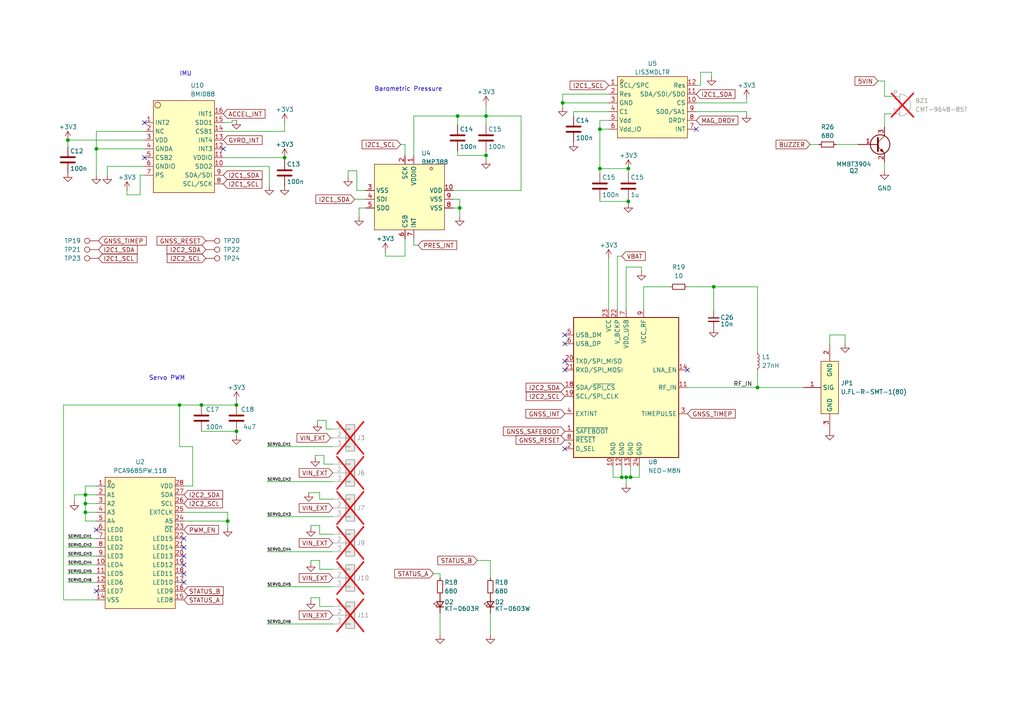
<source format=kicad_sch>
(kicad_sch (version 20230121) (generator eeschema)
  (paper "A4")
  (lib_symbols
    (symbol "Connector:TestPoint" (pin_numbers hide) (pin_names (offset 0.762) hide)
      (property "Reference" "TP" (at 0 6.858 0))
      (property "Value" "TestPoint" (at 0 5.08 0))
      (symbol "TestPoint_0_1"
        (circle (center 0 3.302) (radius 0.762))
      )
      (symbol "TestPoint_1_1"
        (pin passive line (at 0 0 90) (length 2.54) (name "1") (number "1"))
      )
    )
    (symbol "Connector_Generic:Conn_01x03" (pin_names (offset 1.016) hide)
      (property "Reference" "J" (at 0 5.08 0))
      (property "Value" "Conn_01x03" (at 0 -5.08 0))
      (symbol "Conn_01x03_1_1"
        (rectangle (start -1.27 -2.413) (end 0 -2.667) (stroke (width 0.1524)))
        (rectangle (start -1.27 0.127) (end 0 -0.127) (stroke (width 0.1524)))
        (rectangle (start -1.27 2.667) (end 0 2.413) (stroke (width 0.1524)))
        (rectangle (start -1.27 3.81) (end 1.27 -3.81) (stroke (width 0.254)) (fill (type background)))
        (pin passive line (at -5.08 2.54 0) (length 3.81) (name "Pin_1") (number "1"))
        (pin passive line (at -5.08 0 0) (length 3.81) (name "Pin_2") (number "2"))
        (pin passive line (at -5.08 -2.54 0) (length 3.81) (name "Pin_3") (number "3"))
      )
    )
    (symbol "Device:Buzzer" (pin_names (offset 0.0254) hide)
      (property "Reference" "BZ1" (at 4.445 1.27 0))
      (property "Value" "CMT-9648-85T" (at 4.445 -1.27 0))
      (symbol "Buzzer_0_1"
        (arc (start 0 -3.175) (mid 3.1612 0) (end 0 3.175))
        (polyline (pts (xy -1.651 1.905) (xy -1.143 1.905)))
        (polyline (pts (xy -1.397 2.159) (xy -1.397 1.651)))
        (polyline (pts (xy 0 3.175) (xy 0 -3.175)))
      )
      (symbol "Buzzer_1_1"
        (pin passive line (at -2.54 -2.54 0) (length 2.54) (name "+") (number "N"))
        (pin passive line (at -2.54 2.54 0) (length 2.54) (name "-") (number "P"))
      )
    )
    (symbol "Device:C" (pin_numbers hide) (pin_names (offset 0.254))
      (property "Reference" "C" (at 0.635 2.54 0))
      (property "Value" "C" (at 0.635 -2.54 0))
      (symbol "C_0_1"
        (polyline (pts (xy -2.032 -0.762) (xy 2.032 -0.762)) (stroke (width 0.508)))
        (polyline (pts (xy -2.032 0.762) (xy 2.032 0.762)) (stroke (width 0.508)))
      )
      (symbol "C_1_1"
        (pin passive line (at 0 3.81 270) (length 2.794) (name "~") (number "1"))
        (pin passive line (at 0 -3.81 90) (length 2.794) (name "~") (number "2"))
      )
    )
    (symbol "Device:C_Small" (pin_numbers hide) (pin_names (offset 0.254) hide)
      (property "Reference" "C" (at 0.254 1.778 0))
      (property "Value" "C_Small" (at 0.254 -2.032 0))
      (symbol "C_Small_0_1"
        (polyline (pts (xy -1.524 -0.508) (xy 1.524 -0.508)) (stroke (width 0.3302)))
        (polyline (pts (xy -1.524 0.508) (xy 1.524 0.508)) (stroke (width 0.3048)))
      )
      (symbol "C_Small_1_1"
        (pin passive line (at 0 2.54 270) (length 2.032) (name "~") (number "1"))
        (pin passive line (at 0 -2.54 90) (length 2.032) (name "~") (number "2"))
      )
    )
    (symbol "Device:LED_Small" (pin_numbers hide) (pin_names (offset 0.254) hide)
      (property "Reference" "D" (at -1.27 3.175 0))
      (property "Value" "LED_Small" (at -4.445 -2.54 0))
      (symbol "LED_Small_0_1"
        (polyline (pts (xy -0.762 -1.016) (xy -0.762 1.016)) (stroke (width 0.254)))
        (polyline (pts (xy 1.016 0) (xy -0.762 0)))
        (polyline (pts (xy 0.762 -1.016) (xy -0.762 0) (xy 0.762 1.016) (xy 0.762 -1.016)) (stroke (width 0.254)))
        (polyline (pts (xy 0 0.762) (xy -0.508 1.27) (xy -0.254 1.27) (xy -0.508 1.27) (xy -0.508 1.016)))
        (polyline (pts (xy 0.508 1.27) (xy 0 1.778) (xy 0.254 1.778) (xy 0 1.778) (xy 0 1.524)))
      )
      (symbol "LED_Small_1_1"
        (pin passive line (at -2.54 0 0) (length 1.778) (name "K") (number "1"))
        (pin passive line (at 2.54 0 180) (length 1.778) (name "A") (number "2"))
      )
    )
    (symbol "Device:L_Small" (pin_numbers hide) (pin_names (offset 0.254) hide)
      (property "Reference" "L" (at 0.762 1.016 0))
      (property "Value" "L_Small" (at 0.762 -1.016 0))
      (symbol "L_Small_0_1"
        (arc (start 0 -2.032) (mid 0.5058 -1.524) (end 0 -1.016))
        (arc (start 0 -1.016) (mid 0.5058 -0.508) (end 0 0))
        (arc (start 0 0) (mid 0.5058 0.508) (end 0 1.016))
        (arc (start 0 1.016) (mid 0.5058 1.524) (end 0 2.032))
      )
      (symbol "L_Small_1_1"
        (pin passive line (at 0 2.54 270) (length 0.508) (name "~") (number "1"))
        (pin passive line (at 0 -2.54 90) (length 0.508) (name "~") (number "2"))
      )
    )
    (symbol "Device:R_Small" (pin_numbers hide) (pin_names (offset 0.254) hide)
      (property "Reference" "R" (at 0.762 0.508 0))
      (property "Value" "R_Small" (at 0.762 -1.016 0))
      (symbol "R_Small_0_1"
        (rectangle (start -0.762 1.778) (end 0.762 -1.778) (stroke (width 0.2032)))
      )
      (symbol "R_Small_1_1"
        (pin passive line (at 0 2.54 270) (length 0.762) (name "~") (number "1"))
        (pin passive line (at 0 -2.54 90) (length 0.762) (name "~") (number "2"))
      )
    )
    (symbol "RF_GPS:NEO-M8N"
      (property "Reference" "U8" (at 6.35 -21.59 0))
      (property "Value" "NEO-M8N" (at 6.35 -24.13 0))
      (symbol "NEO-M8N_0_1"
        (rectangle (start -15.24 20.32) (end 15.24 -20.32) (stroke (width 0.254)) (fill (type background)))
      )
      (symbol "NEO-M8N_1_1"
        (pin input line (at -17.78 -12.7 0) (length 2.54) (name "~{SAFEBOOT}") (number "1"))
        (pin power_in line (at -3.81 -22.86 90) (length 2.54) (name "GND") (number "10"))
        (pin input line (at 17.78 0 180) (length 2.54) (name "RF_IN") (number "11"))
        (pin power_in line (at -1.27 -22.86 90) (length 2.54) (name "GND") (number "12"))
        (pin power_in line (at 1.27 -22.86 90) (length 2.54) (name "GND") (number "13"))
        (pin output line (at 17.78 5.08 180) (length 2.54) (name "LNA_EN") (number "14"))
        (pin no_connect line (at 15.24 -10.16 180) (length 2.54) hide (name "RESERVED") (number "15"))
        (pin no_connect line (at 15.24 -12.7 180) (length 2.54) hide (name "RESERVED") (number "16"))
        (pin no_connect line (at 15.24 -15.24 180) (length 2.54) hide (name "RESERVED") (number "17"))
        (pin bidirectional line (at -17.78 0 0) (length 2.54) (name "SDA/~{SPI_CS}") (number "18"))
        (pin input line (at -17.78 -2.54 0) (length 2.54) (name "SCL/SPI_CLK") (number "19"))
        (pin input line (at -17.78 -17.78 0) (length 2.54) (name "D_SEL") (number "2"))
        (pin output line (at -17.78 7.62 0) (length 2.54) (name "TXD/SPI_MISO") (number "20"))
        (pin input line (at -17.78 5.08 0) (length 2.54) (name "RXD/SPI_MOSI") (number "21"))
        (pin power_in line (at -2.54 22.86 270) (length 2.54) (name "V_BCKP") (number "22"))
        (pin power_in line (at -5.08 22.86 270) (length 2.54) (name "VCC") (number "23"))
        (pin power_in line (at 3.81 -22.86 90) (length 2.54) (name "GND") (number "24"))
        (pin output line (at 17.78 -7.62 180) (length 2.54) (name "TIMEPULSE") (number "3"))
        (pin input line (at -17.78 -7.62 0) (length 2.54) (name "EXTINT") (number "4"))
        (pin bidirectional line (at -17.78 15.24 0) (length 2.54) (name "USB_DM") (number "5"))
        (pin bidirectional line (at -17.78 12.7 0) (length 2.54) (name "USB_DP") (number "6"))
        (pin power_in line (at 0 22.86 270) (length 2.54) (name "VDD_USB") (number "7"))
        (pin input line (at -17.78 -15.24 0) (length 2.54) (name "~{RESET}") (number "8"))
        (pin power_out line (at 5.08 22.86 270) (length 2.54) (name "VCC_RF") (number "9"))
      )
    )
    (symbol "Transistor_BJT:MMBT3904" (pin_names (offset 0) hide)
      (property "Reference" "Q" (at 5.08 1.905 0))
      (property "Value" "MMBT3904" (at 5.08 0 0))
      (symbol "MMBT3904_0_1"
        (polyline (pts (xy 0.635 0.635) (xy 2.54 2.54)))
        (polyline (pts (xy 0.635 -0.635) (xy 2.54 -2.54) (xy 2.54 -2.54)))
        (polyline (pts (xy 0.635 1.905) (xy 0.635 -1.905) (xy 0.635 -1.905)) (stroke (width 0.508)))
        (polyline (pts (xy 1.27 -1.778) (xy 1.778 -1.27) (xy 2.286 -2.286) (xy 1.27 -1.778) (xy 1.27 -1.778)) (fill (type outline)))
        (circle (center 1.27 0) (radius 2.8194) (stroke (width 0.254)))
      )
      (symbol "MMBT3904_1_1"
        (pin input line (at -5.08 0 0) (length 5.715) (name "B") (number "1"))
        (pin passive line (at 2.54 -5.08 90) (length 2.54) (name "E") (number "2"))
        (pin passive line (at 2.54 5.08 270) (length 2.54) (name "C") (number "3"))
      )
    )
    (symbol "ofc_sym:BMI088"
      (property "Reference" "U10" (at 2.1941 24.13 0))
      (property "Value" "BMI088" (at 2.1941 21.59 0))
      (symbol "BMI088_0_1"
        (rectangle (start -8.89 13.97) (end 8.89 -12.7) (fill (type background)))
        (circle (center -7.62 12.7) (radius 0.8497))
        (pin unspecified line (at -11.43 7.62 0) (length 2.54) (name "INT2") (number "1"))
        (pin unspecified line (at 11.43 -5.08 180) (length 2.54) (name "SDO2") (number "10"))
        (pin unspecified line (at 11.43 -2.54 180) (length 2.54) (name "VDDIO") (number "11"))
        (pin unspecified line (at 11.43 0 180) (length 2.54) (name "INT3") (number "12"))
        (pin unspecified line (at 11.43 2.54 180) (length 2.54) (name "INT4") (number "13"))
        (pin unspecified line (at 11.43 5.08 180) (length 2.54) (name "CSB1") (number "14"))
        (pin unspecified line (at 11.43 7.62 180) (length 2.54) (name "SDO1") (number "15"))
        (pin unspecified line (at 11.43 10.16 180) (length 2.54) (name "INT1") (number "16"))
        (pin unspecified line (at -11.43 5.08 0) (length 2.54) (name "NC") (number "2"))
        (pin unspecified line (at -11.43 2.54 0) (length 2.54) (name "VDD") (number "3"))
        (pin unspecified line (at -11.43 0 0) (length 2.54) (name "GNDA") (number "4"))
        (pin unspecified line (at -11.43 -2.54 0) (length 2.54) (name "CSB2") (number "5"))
        (pin unspecified line (at -11.43 -5.08 0) (length 2.54) (name "GNDIO") (number "6"))
        (pin unspecified line (at -11.43 -7.62 0) (length 2.54) (name "PS") (number "7"))
        (pin unspecified line (at 11.43 -10.16 180) (length 2.54) (name "SCL/SCK") (number "8"))
        (pin unspecified line (at 11.43 -7.62 180) (length 2.54) (name "SDA/SDI") (number "9"))
      )
    )
    (symbol "ofc_sym:BMP388"
      (property "Reference" "U" (at 0 16.51 0))
      (property "Value" "BMP388" (at 0 -17.78 0))
      (symbol "BMP388_0_1"
        (rectangle (start -8.89 8.89) (end 11.43 -10.16) (fill (type background)))
        (circle (center 7.62 7.62) (radius 0.38))
        (pin unspecified line (at 2.54 11.43 270) (length 2.54) (name "VDDIO") (number "1"))
        (pin unspecified line (at 13.97 1.27 180) (length 2.54) (name "VDD") (number "10"))
        (pin unspecified line (at 0 11.43 270) (length 2.54) (name "SCK") (number "2"))
        (pin unspecified line (at -11.43 1.27 0) (length 2.54) (name "VSS") (number "3"))
        (pin unspecified line (at -11.43 -1.27 0) (length 2.54) (name "SDI") (number "4"))
        (pin unspecified line (at -11.43 -3.81 0) (length 2.54) (name "SDO") (number "5"))
        (pin unspecified line (at 0 -12.7 90) (length 2.54) (name "CSB") (number "6"))
        (pin unspecified line (at 2.54 -12.7 90) (length 2.54) (name "INT") (number "7"))
        (pin unspecified line (at 13.97 -3.81 180) (length 2.54) (name "VSS") (number "8"))
        (pin unspecified line (at 13.97 -1.27 180) (length 2.54) (name "VSS") (number "9"))
      )
    )
    (symbol "ofc_sym:LIS3MDLTR"
      (property "Reference" "U5" (at 0 12.7 0))
      (property "Value" "LIS3MDLTR" (at 0 10.16 0))
      (symbol "LIS3MDLTR_0_1"
        (rectangle (start -10.16 8.89) (end 10.16 -8.89) (fill (type background)))
        (circle (center -8.89 7.62) (radius 0.38))
        (pin unspecified line (at -12.7 6.35 0) (length 2.54) (name "SCL/SPC") (number "1"))
        (pin unspecified line (at 12.7 1.27 180) (length 2.54) (name "CS") (number "10"))
        (pin unspecified line (at 12.7 3.81 180) (length 2.54) (name "SDA/SDI/SDO") (number "11"))
        (pin unspecified line (at 12.7 6.35 180) (length 2.54) (name "Res") (number "12"))
        (pin unspecified line (at -12.7 3.81 0) (length 2.54) (name "Res") (number "2"))
        (pin unspecified line (at -12.7 1.27 0) (length 2.54) (name "GND") (number "3"))
        (pin unspecified line (at -12.7 -1.27 0) (length 2.54) (name "C1") (number "4"))
        (pin unspecified line (at -12.7 -3.81 0) (length 2.54) (name "Vdd") (number "5"))
        (pin unspecified line (at -12.7 -6.35 0) (length 2.54) (name "Vdd_IO") (number "6"))
        (pin unspecified line (at 12.7 -6.35 180) (length 2.54) (name "INT") (number "7"))
        (pin unspecified line (at 12.7 -3.81 180) (length 2.54) (name "DRDY") (number "8"))
        (pin unspecified line (at 12.7 -1.27 180) (length 2.54) (name "SD0/SA1") (number "9"))
      )
    )
    (symbol "ofc_sym:PCA9685PW,118"
      (property "Reference" "U" (at 0 21.59 0))
      (property "Value" "PCA9685PW,118" (at 0 -21.59 0))
      (symbol "PCA9685PW,118_0_1"
        (rectangle (start -10.16 19.05) (end 10.16 -19.05) (fill (type background)))
        (circle (center -8.89 17.78) (radius 0.38))
        (pin unspecified line (at -12.7 16.51 0) (length 2.54) (name "A0") (number "1"))
        (pin unspecified line (at -12.7 -6.35 0) (length 2.54) (name "LED4") (number "10"))
        (pin unspecified line (at -12.7 -8.89 0) (length 2.54) (name "LED5") (number "11"))
        (pin unspecified line (at -12.7 -11.43 0) (length 2.54) (name "LED6") (number "12"))
        (pin unspecified line (at -12.7 -13.97 0) (length 2.54) (name "LED7") (number "13"))
        (pin unspecified line (at -12.7 -16.51 0) (length 2.54) (name "VSS") (number "14"))
        (pin unspecified line (at 12.7 -16.51 180) (length 2.54) (name "LED8") (number "15"))
        (pin unspecified line (at 12.7 -13.97 180) (length 2.54) (name "LED9") (number "16"))
        (pin unspecified line (at 12.7 -11.43 180) (length 2.54) (name "LED10") (number "17"))
        (pin unspecified line (at 12.7 -8.89 180) (length 2.54) (name "LED11") (number "18"))
        (pin unspecified line (at 12.7 -6.35 180) (length 2.54) (name "LED12") (number "19"))
        (pin unspecified line (at -12.7 13.97 0) (length 2.54) (name "A1") (number "2"))
        (pin unspecified line (at 12.7 -3.81 180) (length 2.54) (name "LED13") (number "20"))
        (pin unspecified line (at 12.7 -1.27 180) (length 2.54) (name "LED14") (number "21"))
        (pin unspecified line (at 12.7 1.27 180) (length 2.54) (name "LED15") (number "22"))
        (pin unspecified line (at 12.7 3.81 180) (length 2.54) (name "~{OE}") (number "23"))
        (pin unspecified line (at 12.7 6.35 180) (length 2.54) (name "A5") (number "24"))
        (pin unspecified line (at 12.7 8.89 180) (length 2.54) (name "EXTCLK") (number "25"))
        (pin unspecified line (at 12.7 11.43 180) (length 2.54) (name "SCL") (number "26"))
        (pin unspecified line (at 12.7 13.97 180) (length 2.54) (name "SDA") (number "27"))
        (pin unspecified line (at 12.7 16.51 180) (length 2.54) (name "VDD") (number "28"))
        (pin unspecified line (at -12.7 11.43 0) (length 2.54) (name "A2") (number "3"))
        (pin unspecified line (at -12.7 8.89 0) (length 2.54) (name "A3") (number "4"))
        (pin unspecified line (at -12.7 6.35 0) (length 2.54) (name "A4") (number "5"))
        (pin unspecified line (at -12.7 3.81 0) (length 2.54) (name "LED0") (number "6"))
        (pin unspecified line (at -12.7 1.27 0) (length 2.54) (name "LED1") (number "7"))
        (pin unspecified line (at -12.7 -1.27 0) (length 2.54) (name "LED2") (number "8"))
        (pin unspecified line (at -12.7 -3.81 0) (length 2.54) (name "LED3") (number "9"))
      )
    )
    (symbol "ofc_sym:U.FL-R-SMT-1(80)"
      (property "Reference" "JP" (at 0 7.62 0))
      (property "Value" "U.FL-R-SMT-1(80)" (at 0 -10.16 0))
      (symbol "U.FL-R-SMT-1(80)_0_1"
        (rectangle (start -7.62 5.08) (end 7.62 0) (fill (type background)))
        (pin unspecified line (at 0 -5.08 90) (length 5.08) (name "SIG") (number "1"))
        (pin unspecified line (at -12.7 2.54 0) (length 5.08) (name "GND") (number "2"))
        (pin unspecified line (at 12.7 2.54 180) (length 5.08) (name "GND") (number "3"))
      )
    )
    (symbol "power:+3V3" (power) (pin_names (offset 0))
      (property "Value" "+3V3" (at 0 3.556 0))
      (symbol "+3V3_0_1"
        (polyline (pts (xy -0.762 1.27) (xy 0 2.54)))
        (polyline (pts (xy 0 0) (xy 0 2.54)))
        (polyline (pts (xy 0 2.54) (xy 0.762 1.27)))
      )
      (symbol "+3V3_1_1"
        (pin power_in line (at 0 0 90) (length 0) hide (name "+3V3") (number "1"))
      )
    )
    (symbol "power:GND" (power) (pin_names (offset 0))
      (property "Value" "GND" (at 0 -3.81 0))
      (symbol "GND_0_1"
        (polyline (pts (xy 0 0) (xy 0 -1.27) (xy 1.27 -1.27) (xy 0 -2.54) (xy -1.27 -1.27) (xy 0 -1.27)))
      )
      (symbol "GND_1_1"
        (pin power_in line (at 0 0 270) (length 0) hide (name "GND") (number "1"))
      )
    )
  )
  (junction (at 173.99 48.895))
  (junction (at 82.55 45.72))
  (junction (at 182.88 138.43))
  (junction (at 207.01 83.185))
  (junction (at 66.04 151.13))
  (junction (at 140.97 33.655))
  (junction (at 163.195 29.845))
  (junction (at 68.58 117.475))
  (junction (at 182.245 58.42))
  (junction (at 219.71 112.395))
  (junction (at 19.685 40.64))
  (junction (at 182.245 48.895))
  (junction (at 133.35 60.325))
  (junction (at 68.58 125.095))
  (junction (at 24.765 143.51))
  (junction (at 52.07 117.475))
  (junction (at 27.94 43.18))
  (junction (at 132.715 33.655))
  (junction (at 173.99 37.465))
  (junction (at 140.97 45.085))
  (junction (at 180.34 138.43))
  (junction (at 24.765 148.59))
  (junction (at 58.42 117.475))
  (junction (at 181.61 138.43))
  (junction (at 24.765 146.05))
  (no_connect (at 201.93 37.465))
  (no_connect (at 41.91 45.72))
  (no_connect (at 27.94 153.67))
  (no_connect (at 53.34 166.37))
  (no_connect (at 163.83 130.175))
  (no_connect (at 163.83 107.315))
  (no_connect (at 41.91 35.56))
  (no_connect (at 53.34 156.21))
  (no_connect (at 163.83 104.775))
  (no_connect (at 53.34 168.91))
  (no_connect (at 199.39 107.315))
  (no_connect (at 163.83 97.155))
  (no_connect (at 53.34 161.29))
  (no_connect (at 64.77 43.18))
  (no_connect (at 163.83 99.695))
  (no_connect (at 53.34 163.83))
  (no_connect (at 27.94 171.45))
  (no_connect (at 53.34 158.75))
  (wire (pts (xy 92.71 144.78) (xy 92.71 142.875)))
  (wire (pts (xy 67.31 34.925) (xy 68.58 34.925)))
  (wire (pts (xy 77.47 160.02) (xy 96.52 160.02)))
  (wire (pts (xy 19.685 166.37) (xy 27.94 166.37)))
  (wire (pts (xy 64.77 35.56) (xy 67.31 35.56)))
  (wire (pts (xy 173.99 48.895) (xy 182.245 48.895)))
  (wire (pts (xy 117.475 41.91) (xy 116.205 41.91)))
  (wire (pts (xy 89.535 142.875) (xy 92.71 142.875)))
  (wire (pts (xy 64.77 38.1) (xy 82.55 38.1)))
  (wire (pts (xy 91.44 132.08) (xy 91.44 132.715)))
  (wire (pts (xy 219.71 107.315) (xy 219.71 112.395)))
  (wire (pts (xy 176.53 32.385) (xy 166.37 32.385)))
  (wire (pts (xy 151.13 55.245) (xy 151.13 33.655)))
  (wire (pts (xy 216.535 29.845) (xy 216.535 28.575)))
  (wire (pts (xy 245.11 97.155) (xy 240.665 97.155)))
  (wire (pts (xy 68.58 116.205) (xy 68.58 117.475)))
  (wire (pts (xy 111.76 73.025) (xy 111.76 74.295)))
  (wire (pts (xy 66.04 151.13) (xy 66.04 153.035)))
  (wire (pts (xy 103.505 49.53) (xy 100.965 49.53)))
  (wire (pts (xy 24.765 143.51) (xy 24.765 140.97)))
  (wire (pts (xy 106.045 60.325) (xy 104.14 60.325)))
  (wire (pts (xy 24.765 143.51) (xy 27.94 143.51)))
  (wire (pts (xy 19.685 161.29) (xy 27.94 161.29)))
  (wire (pts (xy 166.37 32.385) (xy 166.37 33.655)))
  (wire (pts (xy 58.42 125.095) (xy 68.58 125.095)))
  (wire (pts (xy 186.69 83.185) (xy 186.69 89.535)))
  (wire (pts (xy 92.71 175.895) (xy 92.71 173.355)))
  (wire (pts (xy 90.17 162.56) (xy 90.17 163.195)))
  (wire (pts (xy 31.115 48.26) (xy 31.115 50.8)))
  (wire (pts (xy 132.715 45.085) (xy 140.97 45.085)))
  (wire (pts (xy 125.73 166.37) (xy 127.635 166.37)))
  (wire (pts (xy 258.445 27.94) (xy 256.54 27.94)))
  (wire (pts (xy 24.765 151.13) (xy 24.765 148.59)))
  (wire (pts (xy 142.24 162.56) (xy 142.24 167.64)))
  (wire (pts (xy 140.97 43.815) (xy 140.97 45.085)))
  (wire (pts (xy 103.505 55.245) (xy 103.505 49.53)))
  (wire (pts (xy 94.615 124.46) (xy 94.615 121.92)))
  (wire (pts (xy 40.64 50.8) (xy 40.64 56.515)))
  (wire (pts (xy 179.07 74.295) (xy 180.34 74.295)))
  (wire (pts (xy 92.71 152.4) (xy 90.17 152.4)))
  (wire (pts (xy 77.47 139.7) (xy 96.52 139.7)))
  (wire (pts (xy 185.42 138.43) (xy 182.88 138.43)))
  (wire (pts (xy 27.94 173.99) (xy 18.415 173.99)))
  (wire (pts (xy 27.94 50.8) (xy 27.94 43.18)))
  (wire (pts (xy 203.2 20.955) (xy 206.375 20.955)))
  (wire (pts (xy 117.475 74.295) (xy 117.475 69.215)))
  (wire (pts (xy 77.47 170.18) (xy 96.52 170.18)))
  (wire (pts (xy 176.53 74.93) (xy 176.53 89.535)))
  (wire (pts (xy 203.2 24.765) (xy 203.2 20.955)))
  (wire (pts (xy 18.415 173.99) (xy 18.415 117.475)))
  (wire (pts (xy 92.71 162.56) (xy 90.17 162.56)))
  (wire (pts (xy 36.83 55.245) (xy 36.83 56.515)))
  (wire (pts (xy 120.015 45.085) (xy 120.015 33.655)))
  (wire (pts (xy 24.765 146.05) (xy 24.765 143.51)))
  (wire (pts (xy 19.685 163.83) (xy 27.94 163.83)))
  (wire (pts (xy 24.765 148.59) (xy 24.765 146.05)))
  (wire (pts (xy 256.54 23.495) (xy 256.54 27.94)))
  (wire (pts (xy 182.245 58.42) (xy 173.99 58.42)))
  (wire (pts (xy 93.98 132.08) (xy 91.44 132.08)))
  (wire (pts (xy 182.245 48.895) (xy 182.245 50.165)))
  (wire (pts (xy 173.99 37.465) (xy 173.99 48.895)))
  (wire (pts (xy 176.53 29.845) (xy 163.195 29.845)))
  (wire (pts (xy 234.95 41.91) (xy 237.49 41.91)))
  (wire (pts (xy 186.055 77.47) (xy 186.055 78.74)))
  (wire (pts (xy 256.54 33.02) (xy 258.445 33.02)))
  (wire (pts (xy 131.445 55.245) (xy 151.13 55.245)))
  (wire (pts (xy 219.71 83.185) (xy 219.71 102.235)))
  (wire (pts (xy 163.195 29.845) (xy 163.195 31.115)))
  (wire (pts (xy 216.535 32.385) (xy 216.535 33.02)))
  (wire (pts (xy 24.765 140.97) (xy 27.94 140.97)))
  (wire (pts (xy 41.91 40.64) (xy 19.685 40.64)))
  (wire (pts (xy 41.91 50.8) (xy 40.64 50.8)))
  (wire (pts (xy 96.52 144.78) (xy 92.71 144.78)))
  (wire (pts (xy 27.94 43.18) (xy 41.91 43.18)))
  (wire (pts (xy 92.71 165.1) (xy 92.71 162.56)))
  (wire (pts (xy 207.01 83.185) (xy 219.71 83.185)))
  (wire (pts (xy 207.01 83.185) (xy 207.01 90.17)))
  (wire (pts (xy 53.34 148.59) (xy 66.04 148.59)))
  (wire (pts (xy 41.91 38.1) (xy 27.94 38.1)))
  (wire (pts (xy 92.075 121.92) (xy 92.075 122.555)))
  (wire (pts (xy 127.635 184.15) (xy 127.635 177.8)))
  (wire (pts (xy 181.61 138.43) (xy 181.61 140.335)))
  (wire (pts (xy 21.59 143.51) (xy 24.765 143.51)))
  (wire (pts (xy 219.71 112.395) (xy 233.045 112.395)))
  (wire (pts (xy 96.52 165.1) (xy 92.71 165.1)))
  (wire (pts (xy 58.42 117.475) (xy 68.58 117.475)))
  (wire (pts (xy 66.04 148.59) (xy 66.04 151.13)))
  (wire (pts (xy 90.17 152.4) (xy 90.17 153.035)))
  (wire (pts (xy 163.195 27.305) (xy 163.195 29.845)))
  (wire (pts (xy 52.07 129.54) (xy 52.07 117.475)))
  (wire (pts (xy 256.54 23.495) (xy 254.635 23.495)))
  (wire (pts (xy 120.015 69.215) (xy 120.015 71.12)))
  (wire (pts (xy 55.88 140.97) (xy 55.88 129.54)))
  (wire (pts (xy 111.76 74.295) (xy 117.475 74.295)))
  (wire (pts (xy 102.87 57.785) (xy 106.045 57.785)))
  (wire (pts (xy 201.93 24.765) (xy 203.2 24.765)))
  (wire (pts (xy 27.94 38.1) (xy 27.94 43.18)))
  (wire (pts (xy 93.98 134.62) (xy 93.98 132.08)))
  (wire (pts (xy 176.53 27.305) (xy 163.195 27.305)))
  (wire (pts (xy 131.445 60.325) (xy 133.35 60.325)))
  (wire (pts (xy 142.24 177.8) (xy 142.24 184.15)))
  (wire (pts (xy 18.415 117.475) (xy 52.07 117.475)))
  (wire (pts (xy 138.43 162.56) (xy 142.24 162.56)))
  (wire (pts (xy 185.42 135.255) (xy 185.42 138.43)))
  (wire (pts (xy 92.71 154.94) (xy 92.71 152.4)))
  (wire (pts (xy 182.88 138.43) (xy 181.61 138.43)))
  (wire (pts (xy 82.55 45.72) (xy 82.55 46.355)))
  (wire (pts (xy 133.35 57.785) (xy 133.35 60.325)))
  (wire (pts (xy 133.35 60.325) (xy 133.35 62.865)))
  (wire (pts (xy 256.54 46.99) (xy 256.54 49.53)))
  (wire (pts (xy 120.015 33.655) (xy 132.715 33.655)))
  (wire (pts (xy 194.31 83.185) (xy 186.69 83.185)))
  (wire (pts (xy 77.47 149.86) (xy 96.52 149.86)))
  (wire (pts (xy 92.71 173.355) (xy 90.17 173.355)))
  (wire (pts (xy 181.61 138.43) (xy 180.34 138.43)))
  (wire (pts (xy 132.715 33.655) (xy 132.715 36.195)))
  (wire (pts (xy 140.97 33.655) (xy 140.97 36.195)))
  (wire (pts (xy 96.52 154.94) (xy 92.71 154.94)))
  (wire (pts (xy 180.34 138.43) (xy 177.8 138.43)))
  (wire (pts (xy 199.39 112.395) (xy 219.71 112.395)))
  (wire (pts (xy 27.94 151.13) (xy 24.765 151.13)))
  (wire (pts (xy 82.55 35.56) (xy 82.55 38.1)))
  (wire (pts (xy 245.11 99.695) (xy 245.11 97.155)))
  (wire (pts (xy 140.97 30.48) (xy 140.97 33.655)))
  (wire (pts (xy 100.965 49.53) (xy 100.965 51.435)))
  (wire (pts (xy 64.77 45.72) (xy 82.55 45.72)))
  (wire (pts (xy 199.39 83.185) (xy 207.01 83.185)))
  (wire (pts (xy 94.615 121.92) (xy 92.075 121.92)))
  (wire (pts (xy 117.475 45.085) (xy 117.475 41.91)))
  (wire (pts (xy 120.015 71.12) (xy 121.285 71.12)))
  (wire (pts (xy 173.99 37.465) (xy 176.53 37.465)))
  (wire (pts (xy 40.64 56.515) (xy 36.83 56.515)))
  (wire (pts (xy 201.93 29.845) (xy 216.535 29.845)))
  (wire (pts (xy 131.445 57.785) (xy 133.35 57.785)))
  (wire (pts (xy 78.105 48.26) (xy 64.77 48.26)))
  (wire (pts (xy 78.105 53.975) (xy 78.105 48.26)))
  (wire (pts (xy 181.61 89.535) (xy 181.61 77.47)))
  (wire (pts (xy 53.34 151.13) (xy 66.04 151.13)))
  (wire (pts (xy 90.17 173.355) (xy 90.17 173.99)))
  (wire (pts (xy 77.47 129.54) (xy 96.52 129.54)))
  (wire (pts (xy 104.14 60.325) (xy 104.14 62.865)))
  (wire (pts (xy 96.52 127) (xy 95.885 127)))
  (wire (pts (xy 180.34 135.255) (xy 180.34 138.43)))
  (wire (pts (xy 201.93 32.385) (xy 216.535 32.385)))
  (wire (pts (xy 19.685 156.21) (xy 27.94 156.21)))
  (wire (pts (xy 68.58 125.095) (xy 68.58 126.365)))
  (wire (pts (xy 77.47 180.975) (xy 96.52 180.975)))
  (wire (pts (xy 96.52 175.895) (xy 92.71 175.895)))
  (wire (pts (xy 52.07 117.475) (xy 58.42 117.475)))
  (wire (pts (xy 132.715 43.815) (xy 132.715 45.085)))
  (wire (pts (xy 176.53 34.925) (xy 173.99 34.925)))
  (wire (pts (xy 179.07 74.295) (xy 179.07 89.535)))
  (wire (pts (xy 140.97 33.655) (xy 151.13 33.655)))
  (wire (pts (xy 24.765 148.59) (xy 27.94 148.59)))
  (wire (pts (xy 182.245 57.785) (xy 182.245 58.42)))
  (wire (pts (xy 41.91 48.26) (xy 31.115 48.26)))
  (wire (pts (xy 96.52 134.62) (xy 93.98 134.62)))
  (wire (pts (xy 24.765 146.05) (xy 27.94 146.05)))
  (wire (pts (xy 181.61 77.47) (xy 186.055 77.47)))
  (wire (pts (xy 21.59 145.415) (xy 21.59 143.51)))
  (wire (pts (xy 173.99 48.895) (xy 173.99 50.165)))
  (wire (pts (xy 19.685 158.75) (xy 27.94 158.75)))
  (wire (pts (xy 19.685 40.64) (xy 19.685 42.545)))
  (wire (pts (xy 19.685 168.91) (xy 27.94 168.91)))
  (wire (pts (xy 140.97 45.085) (xy 140.97 46.355)))
  (wire (pts (xy 256.54 36.83) (xy 256.54 33.02)))
  (wire (pts (xy 96.52 124.46) (xy 94.615 124.46)))
  (wire (pts (xy 242.57 41.91) (xy 248.92 41.91)))
  (wire (pts (xy 53.34 140.97) (xy 55.88 140.97)))
  (wire (pts (xy 127.635 166.37) (xy 127.635 167.64)))
  (wire (pts (xy 206.375 20.955) (xy 206.375 22.225)))
  (wire (pts (xy 67.31 34.925) (xy 67.31 35.56)))
  (wire (pts (xy 182.88 135.255) (xy 182.88 138.43)))
  (wire (pts (xy 106.045 55.245) (xy 103.505 55.245)))
  (wire (pts (xy 173.99 34.925) (xy 173.99 37.465)))
  (wire (pts (xy 177.8 138.43) (xy 177.8 135.255)))
  (wire (pts (xy 182.245 58.42) (xy 182.245 59.055)))
  (wire (pts (xy 55.88 129.54) (xy 52.07 129.54)))
  (wire (pts (xy 132.715 33.655) (xy 140.97 33.655)))
  (wire (pts (xy 240.665 97.155) (xy 240.665 99.695)))
  (wire (pts (xy 173.99 57.785) (xy 173.99 58.42)))
  (text "Servo PWM" (at 43.18 110.49 0) (effects (font (size 1.27 1.27)) (justify left bottom)))
  (text "IMU" (at 52.07 22.225 0) (effects (font (size 1.27 1.27)) (justify left bottom)))
  (text "Barometric Pressure" (at 108.585 26.67 0) (effects (font (size 1.27 1.27)) (justify left bottom)))
  (label "SERVO_CH4" (at 19.685 163.83 0) (effects (font (size 0.8 0.8))))
  (label "SERVO_CH2" (at 77.47 139.7 0) (effects (font (size 0.8 0.8))))
  (label "SERVO_CH4" (at 77.47 160.02 0) (effects (font (size 0.8 0.8))))
  (label "SERVO_CH3" (at 19.685 161.29 0) (effects (font (size 0.8 0.8))))
  (label "SERVO_CH5" (at 19.685 166.37 0) (effects (font (size 0.8 0.8))))
  (label "SERVO_CH6" (at 77.47 180.975 0) (effects (font (size 0.8 0.8))))
  (label "SERVO_CH1" (at 19.685 156.21 0) (effects (font (size 0.8 0.8))))
  (label "SERVO_CH2" (at 19.685 158.75 0) (effects (font (size 0.8 0.8))))
  (label "RF_IN" (at 212.725 112.395 0))
  (label "SERVO_CH1" (at 77.47 129.54 0) (effects (font (size 0.8 0.8))))
  (label "SERVO_CH5" (at 77.47 170.18 0) (effects (font (size 0.8 0.8))))
  (label "SERVO_CH3" (at 77.47 149.86 0) (effects (font (size 0.8 0.8))))
  (label "SERVO_CH6" (at 19.685 168.91 0) (effects (font (size 0.8 0.8))))
  (global_label "GYRO_INT" (shape input) (at 64.77 40.64 0) (property "Intersheetrefs" "${INTERSHEET_REFS}" (effects hide)))
  (global_label "VIN_EXT" (shape input) (at 96.52 178.435 180) (property "Intersheetrefs" "${INTERSHEET_REFS}" (effects hide)))
  (global_label "ACCEL_INT" (shape input) (at 64.77 33.02 0) (property "Intersheetrefs" "${INTERSHEET_REFS}" (effects hide)))
  (global_label "I2C1_SDA" (shape input) (at 201.93 27.305 0) (property "Intersheetrefs" "${INTERSHEET_REFS}" (effects hide)))
  (global_label "MAG_DRDY" (shape input) (at 201.93 34.925 0) (property "Intersheetrefs" "${INTERSHEET_REFS}" (effects hide)))
  (global_label "VIN_EXT" (shape input) (at 96.52 157.48 180) (property "Intersheetrefs" "${INTERSHEET_REFS}" (effects hide)))
  (global_label "BUZZER" (shape input) (at 234.95 41.91 180) (property "Intersheetrefs" "${INTERSHEET_REFS}" (effects hide)))
  (global_label "I2C2_SDA" (shape input) (at 59.69 72.39 180) (property "Intersheetrefs" "${INTERSHEET_REFS}" (effects hide)))
  (global_label "VIN_EXT" (shape input) (at 95.885 127 180) (property "Intersheetrefs" "${INTERSHEET_REFS}" (effects hide)))
  (global_label "PRES_INT" (shape input) (at 121.285 71.12 0) (property "Intersheetrefs" "${INTERSHEET_REFS}" (effects hide)))
  (global_label "I2C2_SCL" (shape input) (at 59.69 74.93 180) (property "Intersheetrefs" "${INTERSHEET_REFS}" (effects hide)))
  (global_label "VIN_EXT" (shape input) (at 96.52 147.32 180) (property "Intersheetrefs" "${INTERSHEET_REFS}" (effects hide)))
  (global_label "VBAT" (shape input) (at 180.34 74.295 0) (property "Intersheetrefs" "${INTERSHEET_REFS}" (effects hide)))
  (global_label "STATUS_A" (shape input) (at 53.34 173.99 0) (property "Intersheetrefs" "${INTERSHEET_REFS}" (effects hide)))
  (global_label "I2C1_SDA" (shape input) (at 64.77 50.8 0) (property "Intersheetrefs" "${INTERSHEET_REFS}" (effects hide)))
  (global_label "I2C1_SDA" (shape input) (at 102.87 57.785 180) (property "Intersheetrefs" "${INTERSHEET_REFS}" (effects hide)))
  (global_label "I2C1_SDA" (shape input) (at 28.575 72.39 0) (property "Intersheetrefs" "${INTERSHEET_REFS}" (effects hide)))
  (global_label "I2C1_SCL" (shape input) (at 116.205 41.91 180) (property "Intersheetrefs" "${INTERSHEET_REFS}" (effects hide)))
  (global_label "GNSS_TIMEP" (shape input) (at 28.575 69.85 0) (property "Intersheetrefs" "${INTERSHEET_REFS}" (effects hide)))
  (global_label "GNSS_RESET" (shape input) (at 163.83 127.635 180) (property "Intersheetrefs" "${INTERSHEET_REFS}" (effects hide)))
  (global_label "I2C2_SDA" (shape input) (at 163.83 112.395 180) (property "Intersheetrefs" "${INTERSHEET_REFS}" (effects hide)))
  (global_label "GNSS_INT" (shape input) (at 163.83 120.015 180) (property "Intersheetrefs" "${INTERSHEET_REFS}" (effects hide)))
  (global_label "GNSS_RESET" (shape input) (at 59.69 69.85 180) (property "Intersheetrefs" "${INTERSHEET_REFS}" (effects hide)))
  (global_label "GNSS_TIMEP" (shape input) (at 199.39 120.015 0) (property "Intersheetrefs" "${INTERSHEET_REFS}" (effects hide)))
  (global_label "STATUS_B" (shape input) (at 53.34 171.45 0) (property "Intersheetrefs" "${INTERSHEET_REFS}" (effects hide)))
  (global_label "I2C1_SCL" (shape input) (at 176.53 24.765 180) (property "Intersheetrefs" "${INTERSHEET_REFS}" (effects hide)))
  (global_label "GNSS_SAFEBOOT" (shape input) (at 163.83 125.095 180) (property "Intersheetrefs" "${INTERSHEET_REFS}" (effects hide)))
  (global_label "I2C1_SCL" (shape input) (at 28.575 74.93 0) (property "Intersheetrefs" "${INTERSHEET_REFS}" (effects hide)))
  (global_label "PWM_EN" (shape input) (at 53.34 153.67 0) (property "Intersheetrefs" "${INTERSHEET_REFS}" (effects hide)))
  (global_label "5VIN" (shape input) (at 254.635 23.495 180) (property "Intersheetrefs" "${INTERSHEET_REFS}" (effects hide)))
  (global_label "I2C2_SCL" (shape input) (at 53.34 146.05 0) (property "Intersheetrefs" "${INTERSHEET_REFS}" (effects hide)))
  (global_label "VIN_EXT" (shape input) (at 96.52 137.16 180) (property "Intersheetrefs" "${INTERSHEET_REFS}" (effects hide)))
  (global_label "STATUS_B" (shape input) (at 138.43 162.56 180) (property "Intersheetrefs" "${INTERSHEET_REFS}" (effects hide)))
  (global_label "I2C2_SCL" (shape input) (at 163.83 114.935 180) (property "Intersheetrefs" "${INTERSHEET_REFS}" (effects hide)))
  (global_label "VIN_EXT" (shape input) (at 96.52 167.64 180) (property "Intersheetrefs" "${INTERSHEET_REFS}" (effects hide)))
  (global_label "I2C1_SCL" (shape input) (at 64.77 53.34 0) (property "Intersheetrefs" "${INTERSHEET_REFS}" (effects hide)))
  (global_label "STATUS_A" (shape input) (at 125.73 166.37 180) (property "Intersheetrefs" "${INTERSHEET_REFS}" (effects hide)))
  (global_label "I2C2_SDA" (shape input) (at 53.34 143.51 0) (property "Intersheetrefs" "${INTERSHEET_REFS}" (effects hide)))
  (symbol (lib_id "Device:C") (at 182.245 53.975 0) (unit 1)
    (property "Reference" "C15" (at 182.88 51.435 0) (effects (justify left)))
    (property "Value" "1u" (at 182.88 56.515 0) (effects (justify left)))
    (property "Footprint" "Capacitor_SMD:C_0402_1005Metric" (effects hide))
    (instances (project "ollyfc" (path "" (reference "C15") (unit 1)) (path "" (reference "C22") (unit 1))) (project "ollyfc" (path "" (reference "C14") (unit 1))))
  )
  (symbol (lib_id "Device:L_Small") (at 219.71 104.775 0) (unit 1)
    (property "Reference" "L1" (at 220.98 103.505 0) (effects (justify left)))
    (property "Value" "27nH" (at 220.98 106.045 0) (effects (justify left)))
    (property "Footprint" "Inductor_SMD:L_0805_2012Metric_Pad1.05x1.20mm_HandSolder" (effects hide))
  )
  (symbol (lib_id "power:+3V3") (at 216.535 28.575 0) (unit 1)
    (property "Reference" "#PWR036" (effects hide))
    (property "Value" "+3V3" (at 216.535 24.765 0))
    (instances (project "ollyfc" (path "" (reference "#PWR036") (unit 1)) (path "" (reference "#PWR097") (unit 1))))
  )
  (symbol (lib_id "Connector_Generic:Conn_01x03") (at 101.6 178.435 0) (unit 1) (dnp yes)
    (property "Reference" "J11" (at 103.505 178.435 0) (effects (justify left)))
    (property "Value" "Conn_01x03" (effects hide))
    (property "Footprint" "Connector_JST:JST_PH_B3B-PH-K_1x03_P2.00mm_Vertical" (effects hide))
  )
  (symbol (lib_id "power:GND") (at 127.635 184.15 0) (mirror y) (unit 1)
    (property "Reference" "#PWR047" (effects hide))
    (property "Value" "GND" (effects hide))
    (instances (project "ollyfc" (path "" (reference "#PWR047") (unit 1)) (path "" (reference "#PWR046") (unit 1)) (path "" (reference "#PWR050") (unit 1))))
  )
  (symbol (lib_id "Connector_Generic:Conn_01x03") (at 101.6 137.16 0) (unit 1) (dnp yes)
    (property "Reference" "J6" (at 103.505 137.16 0) (effects (justify left)))
    (property "Value" "Conn_01x03" (effects hide))
    (property "Footprint" "Connector_JST:JST_PH_B3B-PH-K_1x03_P2.00mm_Vertical" (effects hide))
  )
  (symbol (lib_id "power:GND") (at 92.075 122.555 0) (unit 1)
    (property "Reference" "#PWR062" (effects hide))
    (property "Value" "GND" (effects hide))
  )
  (symbol (lib_id "power:GND") (at 100.965 51.435 0) (unit 1)
    (property "Reference" "#PWR044" (effects hide))
    (property "Value" "GND" (effects hide))
    (instances (project "ollyfc" (path "" (reference "#PWR044") (unit 1)) (path "" (reference "#PWR040") (unit 1))) (project "ollyfc" (path "" (reference "#PWR023") (unit 1))))
  )
  (symbol (lib_id "power:GND") (at 90.17 163.195 0) (unit 1)
    (property "Reference" "#PWR065" (effects hide))
    (property "Value" "GND" (effects hide))
  )
  (symbol (lib_id "power:+3V3") (at 68.58 116.205 0) (unit 1)
    (property "Reference" "#PWR020" (effects hide))
    (property "Value" "+3V3" (at 68.58 112.395 0))
  )
  (symbol (lib_id "Device:C_Small") (at 207.01 92.71 0) (unit 1)
    (property "Reference" "C26" (at 208.915 92.075 0) (effects (justify left)))
    (property "Value" "10n" (at 208.915 93.98 0) (effects (justify left)))
    (property "Footprint" "Capacitor_SMD:C_0402_1005Metric" (effects hide))
  )
  (symbol (lib_id "power:+3V3") (at 19.685 40.64 0) (unit 1)
    (property "Reference" "#PWR037" (effects hide))
    (property "Value" "+3V3" (at 19.685 36.83 0))
    (instances (project "ollyfc" (path "" (reference "#PWR037") (unit 1)) (path "" (reference "#PWR082") (unit 1))))
  )
  (symbol (lib_id "ofc_sym:BMP388") (at 117.475 56.515 0) (unit 1)
    (property "Reference" "U4" (at 122.2091 44.45 0) (effects (justify left)))
    (property "Value" "BMP388" (at 122.2091 46.99 0) (effects (justify left)))
    (property "Footprint" "ofc_sym:SENSORM-SMD_BMP388" (effects hide))
    (property "LCSC Part" "C779278" (effects hide))
  )
  (symbol (lib_id "power:GND") (at 68.58 126.365 0) (unit 1)
    (property "Reference" "#PWR022" (effects hide))
    (property "Value" "GND" (effects hide))
    (instances (project "ollyfc" (path "" (reference "#PWR022") (unit 1)) (path "" (reference "#PWR022") (unit 1))) (project "ollyfc" (path "" (reference "#PWR020") (unit 1))))
  )
  (symbol (lib_id "power:GND") (at 78.105 53.975 0) (unit 1)
    (property "Reference" "#PWR031" (effects hide))
    (property "Value" "GND" (effects hide))
    (instances (project "ollyfc" (path "" (reference "#PWR031") (unit 1)) (path "" (reference "#PWR094") (unit 1))))
  )
  (symbol (lib_id "power:GND") (at 89.535 142.875 0) (unit 1)
    (property "Reference" "#PWR063" (effects hide))
    (property "Value" "GND" (effects hide))
  )
  (symbol (lib_id "power:GND") (at 256.54 49.53 0) (unit 1)
    (property "Reference" "#PWR077" (effects hide))
    (property "Value" "GND" (at 256.54 54.61 0))
  )
  (symbol (lib_id "power:GND") (at 133.35 62.865 0) (unit 1)
    (property "Reference" "#PWR044" (effects hide))
    (property "Value" "GND" (effects hide))
    (instances (project "ollyfc" (path "" (reference "#PWR044") (unit 1)) (path "" (reference "#PWR044") (unit 1))) (project "ollyfc" (path "" (reference "#PWR023") (unit 1))))
  )
  (symbol (lib_id "power:GND") (at 207.01 95.25 0) (unit 1)
    (property "Reference" "#PWR044" (effects hide))
    (property "Value" "GND" (effects hide))
    (instances (project "ollyfc" (path "" (reference "#PWR044") (unit 1)) (path "" (reference "#PWR088") (unit 1))) (project "ollyfc" (path "" (reference "#PWR023") (unit 1))))
  )
  (symbol (lib_id "Device:C") (at 58.42 121.285 0) (unit 1)
    (property "Reference" "C17" (at 59.69 118.745 0) (effects (justify left)))
    (property "Value" "100n" (at 59.69 123.825 0) (effects (justify left)))
    (property "Footprint" "Capacitor_SMD:C_0402_1005Metric" (effects hide))
    (instances (project "ollyfc" (path "" (reference "C17") (unit 1)) (path "" (reference "C17") (unit 1))) (project "ollyfc" (path "" (reference "C11") (unit 1))))
  )
  (symbol (lib_id "power:GND") (at 104.14 62.865 0) (unit 1)
    (property "Reference" "#PWR043" (effects hide))
    (property "Value" "GND" (effects hide))
    (instances (project "ollyfc" (path "" (reference "#PWR043") (unit 1)) (path "" (reference "#PWR043") (unit 1))) (project "ollyfc" (path "" (reference "#PWR022") (unit 1))))
  )
  (symbol (lib_id "Connector:TestPoint") (at 28.575 72.39 90) (mirror x) (unit 1)
    (property "Reference" "TP21" (at 23.495 72.39 90) (effects (justify left)))
    (property "Value" "TestPoint" (effects hide))
    (property "Footprint" "TestPoint:TestPoint_Pad_D1.5mm" (effects hide))
  )
  (symbol (lib_id "Device:C") (at 68.58 121.285 0) (unit 1)
    (property "Reference" "C18" (at 69.85 118.745 0) (effects (justify left)))
    (property "Value" "4u7" (at 70.485 123.825 0) (effects (justify left)))
    (property "Footprint" "Capacitor_SMD:C_0603_1608Metric" (effects hide))
    (instances (project "ollyfc" (path "" (reference "C18") (unit 1)) (path "" (reference "C18") (unit 1))) (project "ollyfc" (path "" (reference "C12") (unit 1))))
  )
  (symbol (lib_id "power:GND") (at 82.55 53.975 0) (unit 1)
    (property "Reference" "#PWR031" (effects hide))
    (property "Value" "GND" (effects hide))
    (instances (project "ollyfc" (path "" (reference "#PWR031") (unit 1)) (path "" (reference "#PWR079") (unit 1))))
  )
  (symbol (lib_id "ofc_sym:U.FL-R-SMT-1(80)") (at 238.125 112.395 270) (unit 1)
    (property "Reference" "JP1" (at 243.84 111.125 90) (effects (justify left)))
    (property "Value" "U.FL-R-SMT-1(80)" (at 243.84 113.665 90) (effects (justify left)))
    (property "Footprint" "ofc_sym:RF-SMD_FRF05002-JSS103M" (effects hide))
    (property "Datasheet" "https://lcsc.com/product-detail/Connectors_HRS_U-FL-R-SMT-1-80_3310472280-IPE-XBoard-end-IPXConnector-SMD_C88374.html" (effects hide))
    (property "LCSC Part" "C88374" (effects hide))
  )
  (symbol (lib_id "power:GND") (at 186.055 78.74 0) (unit 1)
    (property "Reference" "#PWR044" (effects hide))
    (property "Value" "GND" (effects hide))
    (instances (project "ollyfc" (path "" (reference "#PWR044") (unit 1)) (path "" (reference "#PWR058") (unit 1))) (project "ollyfc" (path "" (reference "#PWR023") (unit 1))))
  )
  (symbol (lib_id "ofc_sym:PCA9685PW,118") (at 40.64 157.48 0) (unit 1)
    (property "Reference" "U2" (at 40.64 133.985 0))
    (property "Value" "PCA9685PW,118" (at 40.64 136.525 0))
    (property "Footprint" "ofc_sym:TSSOP-28_L9.7-W4.4-P0.65-LS6.4-TL" (effects hide))
    (property "LCSC Part" "C2678753" (effects hide))
  )
  (symbol (lib_id "Device:R_Small") (at 127.635 170.18 0) (unit 1)
    (property "Reference" "R18" (at 128.905 168.91 0) (effects (justify left)))
    (property "Value" "680" (at 128.905 171.45 0) (effects (justify left)))
    (property "Footprint" "Resistor_SMD:R_0603_1608Metric" (effects hide))
    (instances (project "ollyfc" (path "" (reference "R18") (unit 1)) (path "" (reference "R13") (unit 1))))
  )
  (symbol (lib_id "Device:LED_Small") (at 142.24 175.26 90) (unit 1)
    (property "Reference" "D2" (at 143.51 174.625 90) (effects (justify right)))
    (property "Value" "KT-0603W" (at 143.51 176.53 90) (effects (justify right)))
    (property "Footprint" "ofc_sym:LED0603-R-RD_WHITE" (effects hide))
    (instances (project "ollyfc" (path "" (reference "D2") (unit 1)) (path "" (reference "D2") (unit 1)) (path "" (reference "D6") (unit 1))))
  )
  (symbol (lib_id "Device:C") (at 173.99 53.975 0) (unit 1)
    (property "Reference" "C15" (at 174.625 51.435 0) (effects (justify left)))
    (property "Value" "100n" (at 174.625 56.515 0) (effects (justify left)))
    (property "Footprint" "Capacitor_SMD:C_0402_1005Metric" (effects hide))
    (instances (project "ollyfc" (path "" (reference "C15") (unit 1)) (path "" (reference "C21") (unit 1))) (project "ollyfc" (path "" (reference "C14") (unit 1))))
  )
  (symbol (lib_id "power:+3V3") (at 36.83 55.245 0) (unit 1)
    (property "Reference" "#PWR037" (effects hide))
    (property "Value" "+3V3" (at 36.83 51.435 0))
    (instances (project "ollyfc" (path "" (reference "#PWR037") (unit 1)) (path "" (reference "#PWR091") (unit 1))))
  )
  (symbol (lib_id "power:GND") (at 91.44 132.715 0) (unit 1)
    (property "Reference" "#PWR060" (effects hide))
    (property "Value" "GND" (effects hide))
  )
  (symbol (lib_id "power:GND") (at 31.115 50.8 0) (unit 1)
    (property "Reference" "#PWR031" (effects hide))
    (property "Value" "GND" (effects hide))
    (instances (project "ollyfc" (path "" (reference "#PWR031") (unit 1)) (path "" (reference "#PWR080") (unit 1))))
  )
  (symbol (lib_id "Connector:TestPoint") (at 28.575 74.93 90) (mirror x) (unit 1)
    (property "Reference" "TP23" (at 23.495 74.93 90) (effects (justify left)))
    (property "Value" "TestPoint" (effects hide))
    (property "Footprint" "TestPoint:TestPoint_Pad_D1.5mm" (effects hide))
  )
  (symbol (lib_id "RF_GPS:NEO-M8N") (at 181.61 112.395 0) (unit 1) (in_bom no)
    (property "Reference" "U8" (at 187.96 133.985 0) (effects (justify left)))
    (property "Value" "NEO-M8N" (at 187.96 136.525 0) (effects (justify left)))
    (property "Footprint" "RF_GPS:ublox_NEO" (effects hide))
    (property "Datasheet" "https://content.u-blox.com/sites/default/files/NEO-M8-FW3_DataSheet_UBX-15031086.pdf" (effects hide))
  )
  (symbol (lib_id "power:GND") (at 68.58 34.925 0) (unit 1)
    (property "Reference" "#PWR031" (effects hide))
    (property "Value" "GND" (effects hide))
    (instances (project "ollyfc" (path "" (reference "#PWR031") (unit 1)) (path "" (reference "#PWR093") (unit 1))))
  )
  (symbol (lib_id "power:+3V3") (at 176.53 74.93 0) (unit 1)
    (property "Reference" "#PWR036" (effects hide))
    (property "Value" "+3V3" (at 176.53 71.12 0))
    (instances (project "ollyfc" (path "" (reference "#PWR036") (unit 1)) (path "" (reference "#PWR073") (unit 1))))
  )
  (symbol (lib_id "Connector_Generic:Conn_01x03") (at 101.6 147.32 0) (unit 1) (dnp yes)
    (property "Reference" "J7" (at 103.505 147.32 0) (effects (justify left)))
    (property "Value" "Conn_01x03" (effects hide))
    (property "Footprint" "Connector_JST:JST_PH_B3B-PH-K_1x03_P2.00mm_Vertical" (effects hide))
  )
  (symbol (lib_id "power:+3V3") (at 140.97 30.48 0) (unit 1)
    (property "Reference" "#PWR036" (effects hide))
    (property "Value" "+3V3" (at 140.97 26.67 0))
  )
  (symbol (lib_id "power:GND") (at 182.245 59.055 0) (unit 1)
    (property "Reference" "#PWR044" (effects hide))
    (property "Value" "GND" (effects hide))
    (instances (project "ollyfc" (path "" (reference "#PWR044") (unit 1)) (path "" (reference "#PWR090") (unit 1))) (project "ollyfc" (path "" (reference "#PWR023") (unit 1))))
  )
  (symbol (lib_id "Device:R_Small") (at 240.03 41.91 90) (unit 1)
    (property "Reference" "R26" (at 240.03 36.83 90))
    (property "Value" "680" (at 240.03 39.37 90))
    (property "Footprint" "Resistor_SMD:R_0603_1608Metric" (effects hide))
  )
  (symbol (lib_id "Transistor_BJT:MMBT3904") (at 254 41.91 0) (unit 1)
    (property "Reference" "Q2" (at 247.65 49.53 0))
    (property "Value" "MMBT3904" (at 247.65 47.625 0))
    (property "Footprint" "Package_TO_SOT_SMD:SOT-23" (effects hide))
    (property "Datasheet" "https://www.onsemi.com/pdf/datasheet/pzt3904-d.pdf" (effects hide))
    (instances (project "ollyfc" (path "" (reference "Q2") (unit 1)) (path "" (reference "Q4") (unit 1))) (project "ollyfc" (path "" (reference "Q1") (unit 1))))
  )
  (symbol (lib_id "Device:C") (at 132.715 40.005 0) (unit 1)
    (property "Reference" "C14" (at 133.35 37.465 0) (effects (justify left)))
    (property "Value" "100n" (at 133.35 42.545 0) (effects (justify left)))
    (property "Footprint" "Capacitor_SMD:C_0402_1005Metric" (effects hide))
    (instances (project "ollyfc" (path "" (reference "C14") (unit 1)) (path "" (reference "C14") (unit 1))) (project "ollyfc" (path "" (reference "C13") (unit 1))))
  )
  (symbol (lib_id "power:GND") (at 90.17 153.035 0) (unit 1)
    (property "Reference" "#PWR064" (effects hide))
    (property "Value" "GND" (effects hide))
  )
  (symbol (lib_id "Connector:TestPoint") (at 59.69 74.93 270) (unit 1)
    (property "Reference" "TP24" (at 64.77 74.93 90) (effects (justify left)))
    (property "Value" "TestPoint" (effects hide))
    (property "Footprint" "TestPoint:TestPoint_Pad_D1.5mm" (effects hide))
  )
  (symbol (lib_id "Connector:TestPoint") (at 59.69 69.85 270) (unit 1)
    (property "Reference" "TP20" (at 64.77 69.85 90) (effects (justify left)))
    (property "Value" "TestPoint" (effects hide))
    (property "Footprint" "TestPoint:TestPoint_Pad_D1.5mm" (effects hide))
  )
  (symbol (lib_id "power:GND") (at 206.375 22.225 0) (unit 1)
    (property "Reference" "#PWR044" (effects hide))
    (property "Value" "GND" (effects hide))
    (instances (project "ollyfc" (path "" (reference "#PWR044") (unit 1)) (path "" (reference "#PWR0102") (unit 1))) (project "ollyfc" (path "" (reference "#PWR023") (unit 1))))
  )
  (symbol (lib_id "ofc_sym:BMI088") (at 53.34 43.18 0) (unit 1)
    (property "Reference" "U10" (at 55.245 24.765 0) (effects (justify left)))
    (property "Value" "BMI088" (at 55.245 27.305 0) (effects (justify left)))
    (property "Footprint" "ofc_sym:LGA-16_L4.5-W3.0-P0.50-BL" (effects hide))
    (property "Datasheet" "https://lcsc.com/product-detail/Others_Bosch-Sensortec_BMI088_Bosch-Sensortec-BMI088_C194919.html" (effects hide))
    (property "LCSC Part" "C194919" (effects hide))
  )
  (symbol (lib_id "power:GND") (at 216.535 33.02 0) (unit 1)
    (property "Reference" "#PWR044" (effects hide))
    (property "Value" "GND" (effects hide))
    (instances (project "ollyfc" (path "" (reference "#PWR044") (unit 1)) (path "" (reference "#PWR098") (unit 1))) (project "ollyfc" (path "" (reference "#PWR023") (unit 1))))
  )
  (symbol (lib_id "power:GND") (at 66.04 153.035 0) (unit 1)
    (property "Reference" "#PWR022" (effects hide))
    (property "Value" "GND" (effects hide))
    (instances (project "ollyfc" (path "" (reference "#PWR022") (unit 1)) (path "" (reference "#PWR032") (unit 1))) (project "ollyfc" (path "" (reference "#PWR020") (unit 1))))
  )
  (symbol (lib_id "power:+3V3") (at 82.55 45.72 0) (unit 1)
    (property "Reference" "#PWR037" (effects hide))
    (property "Value" "+3V3" (at 82.55 41.91 0))
    (instances (project "ollyfc" (path "" (reference "#PWR037") (unit 1)) (path "" (reference "#PWR029") (unit 1))))
  )
  (symbol (lib_id "Connector_Generic:Conn_01x03") (at 101.6 157.48 0) (unit 1) (dnp yes)
    (property "Reference" "J9" (at 103.505 157.48 0) (effects (justify left)))
    (property "Value" "Conn_01x03" (effects hide))
    (property "Footprint" "Connector_JST:JST_PH_B3B-PH-K_1x03_P2.00mm_Vertical" (effects hide))
  )
  (symbol (lib_id "Device:LED_Small") (at 127.635 175.26 90) (unit 1)
    (property "Reference" "D2" (at 128.905 174.625 90) (effects (justify right)))
    (property "Value" "KT-0603R" (at 128.905 176.53 90) (effects (justify right)))
    (property "Footprint" "ofc_sym:LED0603-RD" (effects hide))
    (instances (project "ollyfc" (path "" (reference "D2") (unit 1)) (path "" (reference "D2") (unit 1)) (path "" (reference "D4") (unit 1))))
  )
  (symbol (lib_id "power:+3V3") (at 182.245 48.895 0) (unit 1)
    (property "Reference" "#PWR036" (effects hide))
    (property "Value" "+3V3" (at 182.245 45.085 0))
    (instances (project "ollyfc" (path "" (reference "#PWR036") (unit 1)) (path "" (reference "#PWR054") (unit 1))))
  )
  (symbol (lib_id "power:GND") (at 163.195 31.115 0) (unit 1)
    (property "Reference" "#PWR044" (effects hide))
    (property "Value" "GND" (effects hide))
    (instances (project "ollyfc" (path "" (reference "#PWR044") (unit 1)) (path "" (reference "#PWR056") (unit 1))) (project "ollyfc" (path "" (reference "#PWR023") (unit 1))))
  )
  (symbol (lib_id "Device:C") (at 166.37 37.465 0) (unit 1)
    (property "Reference" "C14" (at 167.005 34.925 0) (effects (justify left)))
    (property "Value" "100n" (at 167.005 40.005 0) (effects (justify left)))
    (property "Footprint" "Capacitor_SMD:C_0402_1005Metric" (effects hide))
    (instances (project "ollyfc" (path "" (reference "C14") (unit 1)) (path "" (reference "C20") (unit 1))) (project "ollyfc" (path "" (reference "C13") (unit 1))))
  )
  (symbol (lib_id "power:+3V3") (at 111.76 73.025 0) (unit 1)
    (property "Reference" "#PWR037" (effects hide))
    (property "Value" "+3V3" (at 111.76 69.215 0))
    (instances (project "ollyfc" (path "" (reference "#PWR037") (unit 1)) (path "" (reference "#PWR099") (unit 1))))
  )
  (symbol (lib_id "power:GND") (at 240.665 125.095 0) (unit 1)
    (property "Reference" "#PWR044" (effects hide))
    (property "Value" "GND" (effects hide))
    (instances (project "ollyfc" (path "" (reference "#PWR044") (unit 1)) (path "" (reference "#PWR086") (unit 1))) (project "ollyfc" (path "" (reference "#PWR023") (unit 1))))
  )
  (symbol (lib_id "power:GND") (at 181.61 140.335 0) (unit 1)
    (property "Reference" "#PWR044" (effects hide))
    (property "Value" "GND" (effects hide))
    (instances (project "ollyfc" (path "" (reference "#PWR044") (unit 1)) (path "" (reference "#PWR057") (unit 1))) (project "ollyfc" (path "" (reference "#PWR023") (unit 1))))
  )
  (symbol (lib_id "power:+3V3") (at 82.55 35.56 0) (unit 1)
    (property "Reference" "#PWR037" (effects hide))
    (property "Value" "+3V3" (at 82.55 31.75 0))
    (instances (project "ollyfc" (path "" (reference "#PWR037") (unit 1)) (path "" (reference "#PWR092") (unit 1))))
  )
  (symbol (lib_id "Device:Buzzer") (at 260.985 30.48 0) (unit 1) (dnp yes)
    (property "Reference" "BZ1" (at 265.43 29.21 0) (effects (justify left)))
    (property "Value" "CMT-9648-85T" (at 265.43 31.75 0) (effects (justify left)))
    (property "Footprint" "Buzzer_Beeper:XDCR_CMT-9648-85T" (effects hide))
  )
  (symbol (lib_id "Device:C") (at 82.55 50.165 0) (unit 1)
    (property "Reference" "C13" (at 83.185 47.625 0) (effects (justify left)))
    (property "Value" "100n" (at 83.185 52.705 0) (effects (justify left)))
    (property "Footprint" "Capacitor_SMD:C_0402_1005Metric" (effects hide))
  )
  (symbol (lib_id "power:GND") (at 21.59 145.415 0) (unit 1)
    (property "Reference" "#PWR022" (effects hide))
    (property "Value" "GND" (effects hide))
    (instances (project "ollyfc" (path "" (reference "#PWR022") (unit 1)) (path "" (reference "#PWR028") (unit 1))) (project "ollyfc" (path "" (reference "#PWR020") (unit 1))))
  )
  (symbol (lib_id "ofc_sym:LIS3MDLTR") (at 189.23 31.115 0) (unit 1)
    (property "Reference" "U5" (at 189.23 18.415 0))
    (property "Value" "LIS3MDLTR" (at 189.23 20.955 0))
    (property "Footprint" "ofc_sym:LGA-12_L2.0-W2.0-P0.50-BL" (effects hide))
    (property "Datasheet" "https://lcsc.com/product-detail/New-Arrivals_STMicroelectronics-LIS3MDLTR_C478483.html" (effects hide))
    (property "LCSC Part" "C478483" (effects hide))
  )
  (symbol (lib_id "Device:R_Small") (at 142.24 170.18 0) (unit 1)
    (property "Reference" "R18" (at 143.51 168.91 0) (effects (justify left)))
    (property "Value" "680" (at 143.51 171.45 0) (effects (justify left)))
    (property "Footprint" "Resistor_SMD:R_0603_1608Metric" (effects hide))
    (instances (project "ollyfc" (path "" (reference "R18") (unit 1)) (path "" (reference "R14") (unit 1))))
  )
  (symbol (lib_id "Connector:TestPoint") (at 59.69 72.39 270) (unit 1)
    (property "Reference" "TP22" (at 64.77 72.39 90) (effects (justify left)))
    (property "Value" "TestPoint" (effects hide))
    (property "Footprint" "TestPoint:TestPoint_Pad_D1.5mm" (effects hide))
  )
  (symbol (lib_id "power:GND") (at 140.97 46.355 0) (unit 1)
    (property "Reference" "#PWR040" (effects hide))
    (property "Value" "GND" (effects hide))
    (instances (project "ollyfc" (path "" (reference "#PWR040") (unit 1)) (path "" (reference "#PWR037") (unit 1))) (project "ollyfc" (path "" (reference "#PWR021") (unit 1))))
  )
  (symbol (lib_id "power:GND") (at 90.17 173.99 0) (unit 1)
    (property "Reference" "#PWR066" (effects hide))
    (property "Value" "GND" (effects hide))
  )
  (symbol (lib_id "power:GND") (at 166.37 41.275 0) (unit 1)
    (property "Reference" "#PWR044" (effects hide))
    (property "Value" "GND" (effects hide))
    (instances (project "ollyfc" (path "" (reference "#PWR044") (unit 1)) (path "" (reference "#PWR055") (unit 1))) (project "ollyfc" (path "" (reference "#PWR023") (unit 1))))
  )
  (symbol (lib_id "power:GND") (at 27.94 50.8 0) (unit 1)
    (property "Reference" "#PWR031" (effects hide))
    (property "Value" "GND" (effects hide))
    (instances (project "ollyfc" (path "" (reference "#PWR031") (unit 1)) (path "" (reference "#PWR081") (unit 1))))
  )
  (symbol (lib_id "Connector_Generic:Conn_01x03") (at 101.6 127 0) (unit 1) (dnp yes)
    (property "Reference" "J3" (at 103.505 127 0) (effects (justify left)))
    (property "Value" "Conn_01x03" (effects hide))
    (property "Footprint" "Connector_JST:JST_PH_B3B-PH-K_1x03_P2.00mm_Vertical" (effects hide))
  )
  (symbol (lib_id "power:GND") (at 19.685 50.165 0) (unit 1)
    (property "Reference" "#PWR031" (effects hide))
    (property "Value" "GND" (effects hide))
  )
  (symbol (lib_id "Device:R_Small") (at 196.85 83.185 90) (unit 1)
    (property "Reference" "R19" (at 196.85 77.47 90))
    (property "Value" "10" (at 196.85 80.01 90))
    (property "Footprint" "Resistor_SMD:R_0402_1005Metric" (effects hide))
  )
  (symbol (lib_id "power:GND") (at 142.24 184.15 0) (mirror y) (unit 1)
    (property "Reference" "#PWR047" (effects hide))
    (property "Value" "GND" (effects hide))
    (instances (project "ollyfc" (path "" (reference "#PWR047") (unit 1)) (path "" (reference "#PWR046") (unit 1)) (path "" (reference "#PWR078") (unit 1))))
  )
  (symbol (lib_id "Connector:TestPoint") (at 28.575 69.85 90) (mirror x) (unit 1)
    (property "Reference" "TP19" (at 23.495 69.85 90) (effects (justify left)))
    (property "Value" "TestPoint" (effects hide))
    (property "Footprint" "TestPoint:TestPoint_Pad_D1.5mm" (effects hide))
  )
  (symbol (lib_id "Connector_Generic:Conn_01x03") (at 101.6 167.64 0) (unit 1) (dnp yes)
    (property "Reference" "J10" (at 103.505 167.64 0) (effects (justify left)))
    (property "Value" "Conn_01x03" (effects hide))
    (property "Footprint" "Connector_JST:JST_PH_B3B-PH-K_1x03_P2.00mm_Vertical" (effects hide))
  )
  (symbol (lib_id "Device:C") (at 140.97 40.005 0) (unit 1)
    (property "Reference" "C15" (at 141.605 37.465 0) (effects (justify left)))
    (property "Value" "100n" (at 141.605 42.545 0) (effects (justify left)))
    (property "Footprint" "Capacitor_SMD:C_0402_1005Metric" (effects hide))
    (instances (project "ollyfc" (path "" (reference "C15") (unit 1)) (path "" (reference "C15") (unit 1))) (project "ollyfc" (path "" (reference "C14") (unit 1))))
  )
  (symbol (lib_id "Device:C") (at 19.685 46.355 0) (unit 1)
    (property "Reference" "C12" (at 20.32 43.815 0) (effects (justify left)))
    (property "Value" "100n" (at 20.32 48.895 0) (effects (justify left)))
    (property "Footprint" "Capacitor_SMD:C_0402_1005Metric" (effects hide))
  )
  (symbol (lib_id "power:GND") (at 245.11 99.695 0) (unit 1)
    (property "Reference" "#PWR044" (effects hide))
    (property "Value" "GND" (effects hide))
    (instances (project "ollyfc" (path "" (reference "#PWR044") (unit 1)) (path "" (reference "#PWR0100") (unit 1))) (project "ollyfc" (path "" (reference "#PWR023") (unit 1))))
  )
)
</source>
